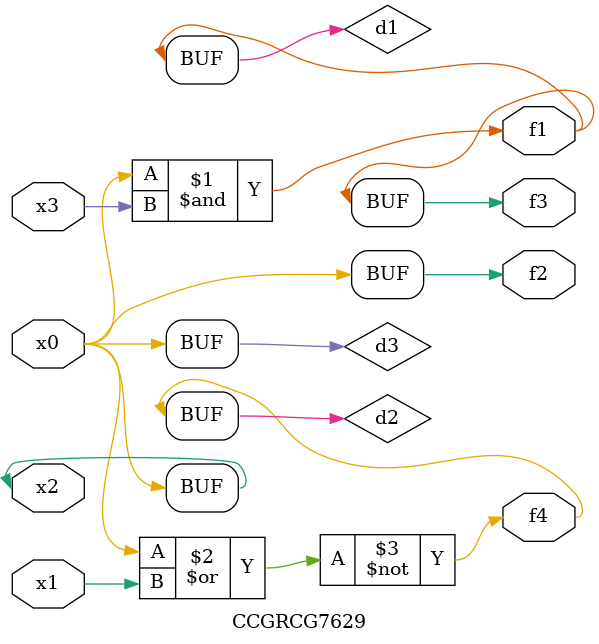
<source format=v>
module CCGRCG7629(
	input x0, x1, x2, x3,
	output f1, f2, f3, f4
);

	wire d1, d2, d3;

	and (d1, x2, x3);
	nor (d2, x0, x1);
	buf (d3, x0, x2);
	assign f1 = d1;
	assign f2 = d3;
	assign f3 = d1;
	assign f4 = d2;
endmodule

</source>
